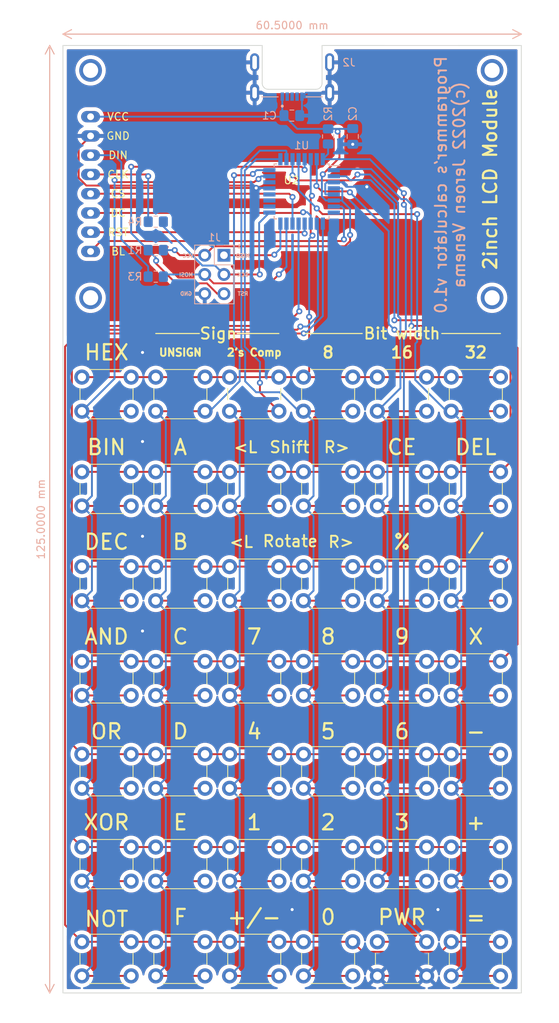
<source format=kicad_pcb>
(kicad_pcb (version 20211014) (generator pcbnew)
  (layers (0 "F.Cu" signal) (31 "B.Cu" signal) (34 "B.Paste" user) (35 "F.Paste" user) (36 "B.SilkS" user "B.Silkscreen") (37 "F.SilkS" user "F.Silkscreen") (38 "B.Mask" user) (39 "F.Mask" user) (44 "Edge.Cuts" user))
  (net 0 "")
  (net 1 "Net-(R2-Pad2)")
  (net 2 "GND")
  (net 3 "VCC")
  (net 4 "Net-(R3-Pad2)")
  (net 5 "Net-(R4-Pad2)")
  (net 6 "col0")
  (net 7 "col1")
  (net 8 "col2")
  (net 9 "col3")
  (net 10 "col4")
  (net 11 "col5")
  (net 12 "/MISO")
  (net 13 "/SCK")
  (net 14 "/MOSI")
  (net 15 "/RESET")
  (net 16 "row0")
  (net 17 "row1")
  (net 18 "row2")
  (net 19 "row3")
  (net 20 "row4")
  (net 21 "row5")
  (net 22 "row6")
  (net 23 "Net-(U1-Pad11)")
  (net 24 "Net-(U1-Pad12)")
  (net 25 "Net-(U1-Pad7)")
  (net 26 "Net-(U1-Pad14)")
  (footprint "Button_Switch_THT:SW_PUSH_6mm" (layer "F.Cu") (at 146 84.75)
    (fp_text reference "SW30" hide)
    (fp_text value "SW_Push" hide)
  )
  (footprint "Button_Switch_THT:SW_PUSH_6mm" (layer "F.Cu") (at 116.75 84.75)
    (fp_text reference "SW9" hide)
    (fp_text value "SW_Push" hide)
  )
  (footprint "Button_Switch_THT:SW_PUSH_6mm" (layer "F.Cu") (at 155.75 97.25)
    (fp_text reference "SW38" hide)
    (fp_text value "SW_Push" hide)
  )
  (footprint "Button_Switch_THT:SW_PUSH_6mm" (layer "F.Cu") (at 107 134.5)
    (fp_text reference "SW6" hide)
    (fp_text value "SW_Push" hide)
  )
  (footprint "Button_Switch_THT:SW_PUSH_6mm" (layer "F.Cu") (at 136.25 84.75)
    (fp_text reference "SW23" hide)
    (fp_text value "SW_Push" hide)
  )
  (footprint "Button_Switch_THT:SW_PUSH_6mm" (layer "F.Cu") (at 126.5 97.25)
    (fp_text reference "SW17" hide)
    (fp_text value "SW_Push" hide)
  )
  (footprint "Button_Switch_THT:SW_PUSH_6mm" (layer "F.Cu") (at 136.25 134.5)
    (fp_text reference "SW27" hide)
    (fp_text value "SW_Push" hide)
  )
  (footprint "Button_Switch_THT:SW_PUSH_6mm" (layer "F.Cu") (at 116.75 109.75)
    (fp_text reference "SW11" hide)
    (fp_text value "SW_Push" hide)
  )
  (footprint "Button_Switch_THT:SW_PUSH_6mm" (layer "F.Cu") (at 107 146.75)
    (fp_text reference "SW7" hide)
    (fp_text value "SW_Push" hide)
  )
  (footprint "Button_Switch_THT:SW_PUSH_6mm" (layer "F.Cu") (at 136.25 122.25)
    (fp_text reference "SW26" hide)
    (fp_text value "SW_Push" hide)
  )
  (footprint "Button_Switch_THT:SW_PUSH_6mm" (layer "F.Cu") (at 155.75 134.5)
    (fp_text reference "SW41" hide)
    (fp_text value "SW_Push" hide)
  )
  (footprint "Button_Switch_THT:SW_PUSH_6mm" (layer "F.Cu") (at 155.75 122.25)
    (fp_text reference "SW40" hide)
    (fp_text value "SW_Push" hide)
  )
  (footprint "Button_Switch_THT:SW_PUSH_6mm" (layer "F.Cu") (at 126.5 134.5)
    (fp_text reference "SW20" hide)
    (fp_text value "SW_Push" hide)
  )
  (footprint "Button_Switch_THT:SW_PUSH_6mm" (layer "F.Cu") (at 126.5 122.25)
    (fp_text reference "SW19" hide)
    (fp_text value "SW_Push" hide)
  )
  (footprint "Button_Switch_THT:SW_PUSH_6mm" (layer "F.Cu") (at 107 84.75)
    (fp_text reference "SW2" hide)
    (fp_text value "HEX" hide)
  )
  (footprint "Button_Switch_THT:SW_PUSH_6mm" (layer "F.Cu") (at 107 159.25)
    (fp_text reference "SW8" hide)
    (fp_text value "SW_Push" hide)
  )
  (footprint "Button_Switch_THT:SW_PUSH_6mm" (layer "F.Cu") (at 146 122.25)
    (fp_text reference "SW33" hide)
    (fp_text value "SW_Push" hide)
  )
  (footprint "Button_Switch_THT:SW_PUSH_6mm" (layer "F.Cu") (at 155.75 109.75)
    (fp_text reference "SW39" hide)
    (fp_text value "SW_Push" hide)
  )
  (footprint "Button_Switch_THT:SW_PUSH_6mm" (layer "F.Cu") (at 155.75 159.25)
    (fp_text reference "SW43" hide)
    (fp_text value "SW_Push" hide)
  )
  (footprint "Button_Switch_THT:SW_PUSH_6mm" (layer "F.Cu") (at 116.75 97.25)
    (fp_text reference "SW10" hide)
    (fp_text value "SW_Push" hide)
  )
  (footprint "Button_Switch_THT:SW_PUSH_6mm" (layer "F.Cu") (at 146 146.75)
    (fp_text reference "SW35" hide)
    (fp_text value "SW_Push" hide)
  )
  (footprint "Button_Switch_THT:SW_PUSH_6mm" (layer "F.Cu") (at 116.75 159.25)
    (fp_text reference "SW15" hide)
    (fp_text value "SW_Push" hide)
  )
  (footprint "Button_Switch_THT:SW_PUSH_6mm" (layer "F.Cu") (at 126.5 109.75)
    (fp_text reference "SW18" hide)
    (fp_text value "SW_Push" hide)
  )
  (footprint "Button_Switch_THT:SW_PUSH_6mm" (layer "F.Cu") (at 136.25 146.75)
    (fp_text reference "SW28" hide)
    (fp_text value "SW_Push" hide)
  )
  (footprint "Button_Switch_THT:SW_PUSH_6mm" (layer "F.Cu") (at 146 134.5)
    (fp_text reference "SW34" hide)
    (fp_text value "SW_Push" hide)
  )
  (footprint "Button_Switch_THT:SW_PUSH_6mm" (layer "F.Cu") (at 146 159.25)
    (fp_text reference "SW1" hide)
    (fp_text value "Power toggle" hide)
  )
  (footprint "Button_Switch_THT:SW_PUSH_6mm" (layer "F.Cu") (at 155.75 146.75)
    (fp_text reference "SW42" hide)
    (fp_text value "SW_Push" hide)
  )
  (footprint "Button_Switch_THT:SW_PUSH_6mm" (layer "F.Cu") (at 136.25 109.75)
    (fp_text reference "SW25" hide)
    (fp_text value "SW_Push" hide)
  )
  (footprint "Button_Switch_THT:SW_PUSH_6mm" (layer "F.Cu") (at 116.75 122.25)
    (fp_text reference "SW12" hide)
    (fp_text value "SW_Push" hide)
  )
  (footprint "Button_Switch_THT:SW_PUSH_6mm" (layer "F.Cu") (at 146 97.25)
    (fp_text reference "SW31" hide)
    (fp_text value "SW_Push" hide)
  )
  (footprint "Button_Switch_THT:SW_PUSH_6mm" (layer "F.Cu") (at 107 97.25)
    (fp_text reference "SW3" hide)
    (fp_text value "SW_Push" hide)
  )
  (footprint "Button_Switch_THT:SW_PUSH_6mm" (layer "F.Cu") (at 126.5 159.25)
    (fp_text reference "SW22" hide)
    (fp_text value "SW_Push" hide)
  )
  (footprint "Button_Switch_THT:SW_PUSH_6mm" (layer "F.Cu") (at 126.5 146.75)
    (fp_text reference "SW21" hide)
    (fp_text value "SW_Push" hide)
  )
  (footprint "Button_Switch_THT:SW_PUSH_6mm" (layer "F.Cu") (at 136.25 159.25)
    (fp_text reference "SW29" hide)
    (fp_text value "SW_Push" hide)
  )
  (footprint "Button_Switch_THT:SW_PUSH_6mm" (layer "F.Cu") (at 116.75 134.5)
    (fp_text reference "SW13" hide)
    (fp_text value "SW_Push" hide)
  )
  (footprint "Button_Switch_THT:SW_PUSH_6mm" (layer "F.Cu") (at 136.25 97.25)
    (fp_text reference "SW24" hide)
    (fp_text value "SW_Push" hide)
  )
  (footprint "Button_Switch_THT:SW_PUSH_6mm" (layer "F.Cu") (at 126.5 84.75)
    (fp_text reference "SW16" hide)
    (fp_text value "SW_Push" hide)
  )
  (footprint "Button_Switch_THT:SW_PUSH_6mm" (layer "F.Cu") (at 116.75 146.75)
    (fp_text reference "SW14" hide)
    (fp_text value "SW_Push" hide)
  )
  (footprint "Button_Switch_THT:SW_PUSH_6mm" (layer "F.Cu") (at 155.75 84.75)
    (fp_text reference "SW37" hide)
    (fp_text value "SW_Push" hide)
  )
  (footprint "Button_Switch_THT:SW_PUSH_6mm" (layer "F.Cu") (at 107 122.25)
    (fp_text reference "SW5" hide)
    (fp_text value "SW_Push" hide)
  )
  (footprint "Button_Switch_THT:SW_PUSH_6mm" (layer "F.Cu") (at 107 109.75)
    (fp_text reference "SW4" hide)
    (fp_text value "SW_Push" hide)
  )
  (footprint "Button_Switch_THT:SW_PUSH_6mm" (layer "F.Cu") (at 146 109.75)
    (fp_text reference "SW32" hide)
    (fp_text value "SW_Push" hide)
  )
  (footprint "Venom:Waveshare_320x240" (layer "F.Cu") (at 134.645 59.285)
    (fp_text reference "U2")
    (fp_text value "Waveshare_320x240")
  )
  (footprint "Capacitor_SMD:C_0805_2012Metric_Pad1.18x1.45mm_HandSolder" (layer "B.Cu") (at 134.7125 50.25)
    (fp_text reference "C1")
    (fp_text value "4.7u")
  )
  (footprint "Package_QFP:TQFP-32_7x7mm_P0.8mm" (layer "B.Cu") (at 136 60.25 180)
    (fp_text reference "U1")
    (fp_text value "ATmega328P-A")
  )
  (footprint "Capacitor_SMD:C_0805_2012Metric_Pad1.18x1.45mm_HandSolder" (layer "B.Cu") (at 142.75 53 -90)
    (fp_text reference "C2")
    (fp_text value "0.1")
  )
  (footprint "Resistor_SMD:R_0805_2012Metric_Pad1.20x1.40mm_HandSolder" (layer "B.Cu") (at 116.75 68 180)
    (fp_text reference "R1")
    (fp_text value "10k")
  )
  (footprint "47642-0001:MOLEX_47642-0001" (layer "B.Cu") (at 134.75 47.75)
    (fp_text reference "J2")
    (fp_text value "47642-0001")
  )
  (footprint "Resistor_SMD:R_0805_2012Metric_Pad1.20x1.40mm_HandSolder" (layer "B.Cu") (at 139.5 53 -90)
    (fp_text reference "R2")
    (fp_text value "10k")
  )
  (footprint "Resistor_SMD:R_0805_2012Metric_Pad1.20x1.40mm_HandSolder" (layer "B.Cu") (at 116.75 64.25 180)
    (fp_text reference "R4")
    (fp_text value "1k")
  )
  (footprint "Connector_PinHeader_2.54mm:PinHeader_2x03_P2.54mm_Vertical" (layer "B.Cu") (at 125.75 68.67 180)
    (fp_text reference "J1")
    (fp_text value "AVR-ISP-6")
  )
  (footprint "Resistor_SMD:R_0805_2012Metric_Pad1.20x1.40mm_HandSolder" (layer "B.Cu") (at 116.75 71.5 180)
    (fp_text reference "R3")
    (fp_text value "1k")
  )
  (gr_line (start 154.5 79) (end 162.25 79) (layer "F.SilkS") (width 0.15))
  (gr_line (start 144 79) (end 136.25 79) (layer "F.SilkS") (width 0.15))
  (gr_line (start 122.5 79) (end 116.75 79) (layer "F.SilkS") (width 0.15))
  (gr_line (start 133 79) (end 127.5 79) (layer "F.SilkS") (width 0.15))
  (gr_line (start 130.8 40.9975) (end 130.8 41.28) (layer "Edge.Cuts") (width 0.1))
  (gr_line (start 130.8 41.28) (end 130.8 45.98) (layer "Edge.Cuts") (width 0.1))
  (gr_line (start 131.6 46.78) (end 137.9 46.78) (layer "Edge.Cuts") (width 0.1))
  (gr_arc (start 131.6 46.78) (mid 131.034315 46.545685) (end 130.8 45.98) (layer "Edge.Cuts") (width 0.1))
  (gr_line (start 138.7 40.9975) (end 165 41) (layer "Edge.Cuts") (width 0.1))
  (gr_line (start 165 166) (end 104.5 166) (layer "Edge.Cuts") (width 0.1))
  (gr_line (start 104.5 41) (end 105 41) (layer "Edge.Cuts") (width 0.1))
  (gr_line (start 104.5 166) (end 104.5 41) (layer "Edge.Cuts") (width 0.1))
  (gr_arc (start 138.7 45.98) (mid 138.465685 46.545685) (end 137.9 46.78) (layer "Edge.Cuts") (width 0.1))
  (gr_line (start 138.7 40.9975) (end 138.7 41.28) (layer "Edge.Cuts") (width 0.1))
  (gr_line (start 105 41) (end 130.8 40.9975) (layer "Edge.Cuts") (width 0.1))
  (gr_line (start 138.7 45.98) (end 138.7 41.28) (layer "Edge.Cuts") (width 0.1))
  (gr_line (start 165 41) (end 165 166) (layer "Edge.Cuts") (width 0.1))
  (gr_text "RST" (at 128.25 73.75) (layer "B.SilkS") (effects (font (size 0.5 0.5) (thickness 0.125)) (justify mirror)))
  (gr_text "SCK" (at 128.25 71.25) (layer "B.SilkS") (effects (font (size 0.5 0.5) (thickness 0.125)) (justify mirror)))
  (gr_text "Programmer's calculator v1.0\n(c)2022 Jeroen Venema" (at 155.6 59.4 90) (layer "B.SilkS") (effects (font (size 1.5 1.5) (thickness 0.25)) (justify mirror)))
  (gr_text "1" (at 127.75 67.5) (layer "B.SilkS") (effects (font (size 0.5 0.5) (thickness 0.125)) (justify mirror)))
  (gr_text "MOSI" (at 120.75 71.25) (layer "B.SilkS") (effects (font (size 0.5 0.5) (thickness 0.125)) (justify mirror)))
  (gr_text "MISO" (at 128.25 68.75) (layer "B.SilkS") (effects (font (size 0.5 0.5) (thickness 0.125)) (justify mirror)))
  (gr_text "GND" (at 120.75 73.75) (layer "B.SilkS") (effects (font (size 0.5 0.5) (thickness 0.125)) (justify mirror)))
  (gr_text "VCC" (at 121 68.75) (layer "B.SilkS") (effects (font (size 0.5 0.5) (thickness 0.125)) (justify mirror)))
  (gr_text "   R>" (at 139.5 106.5) (layer "F.SilkS") (effects (font (size 1.5 1.5) (thickness 0.25))))
  (gr_text "4" (at 129.75 131.5) (layer "F.SilkS") (effects (font (size 2 2) (thickness 0.3))))
  (gr_text "A" (at 120 94) (layer "F.SilkS") (effects (font (size 2 2) (thickness 0.3))))
  (gr_text "/" (at 159 106.5) (layer "F.SilkS") (effects (font (size 2 2) (thickness 0.3))))
  (gr_text "7" (at 129.75 119) (layer "F.SilkS") (effects (font (size 2 2) (thickness 0.3))))
  (gr_text "BIN" (at 110.25 94) (layer "F.SilkS") (effects (font (size 2 2) (thickness 0.3))))
  (gr_text "<L  " (at 129.75 94) (layer "F.SilkS") (effects (font (size 1.5 1.5) (thickness 0.25))))
  (gr_text "Bit width" (at 149.25 79) (layer "F.SilkS") (effects (font (size 1.5 1.5) (thickness 0.25))))
  (gr_text "UNSIGN" (at 120 81.5) (layer "F.SilkS") (effects (font (size 1 1) (thickness 0.25))))
  (gr_text "2" (at 139.5 143.5) (layer "F.SilkS") (effects (font (size 2 2) (thickness 0.3))))
  (gr_text "-" (at 159 131.5) (layer "F.SilkS") (effects (font (size 2 2) (thickness 0.3))))
  (gr_text "NOT" (at 110.25 156.25) (layer "F.SilkS") (effects (font (size 2 2) (thickness 0.3))))
  (gr_text "D" (at 120 131.5) (layer "F.SilkS") (effects (font (size 2 2) (thickness 0.3))))
  (gr_text "%" (at 149.25 106.5) (layer "F.SilkS") (effects (font (size 2 2) (thickness 0.3))))
  (gr_text "AND" (at 110.25 119) (layer "F.SilkS") (effects (font (size 2 2) (thickness 0.3))))
  (gr_text "+/-" (at 129.75 156) (layer "F.SilkS") (effects (font (size 2 2) (thickness 0.3))))
  (gr_text "Rotate" (at 134.5 106.4) (layer "F.SilkS") (effects (font (size 1.5 1.5) (thickness 0.25))))
  (gr_text "OR" (at 110.25 131.5) (layer "F.SilkS") (effects (font (size 2 2) (thickness 0.3))))
  (gr_text "HEX" (at 110.25 81.5) (layer "F.SilkS") (effects (font (size 2 2) (thickness 0.3))))
  (gr_text "X" (at 159 119) (layer "F.SilkS") (effects (font (size 2 2) (thickness 0.3))))
  (gr_text "=" (at 159 156) (layer "F.SilkS") (effects (font (size 2 2) (thickness 0.3))))
  (gr_text "+" (at 159 143.5) (layer "F.SilkS") (effects (font (size 2 2) (thickness 0.3))))
  (gr_text "Sign" (at 125 79) (layer "F.SilkS") (effects (font (size 1.5 1.5) (thickness 0.25))))
  (gr_text "DEL" (at 159 94) (layer "F.SilkS") (effects (font (size 2 2) (thickness 0.3))))
  (gr_text "16" (at 149.25 81.5) (layer "F.SilkS") (effects (font (size 1.5 1.5) (thickness 0.3))))
  (gr_text "9" (at 149.25 119) (layer "F.SilkS") (effects (font (size 2 2) (thickness 0.3))))
  (gr_text "DEC" (at 110.25 106.5) (layer "F.SilkS") (effects (font (size 2 2) (thickness 0.3))))
  (gr_text "Shift" (at 134.4 94) (layer "F.SilkS") (effects (font (size 1.5 1.5) (thickness 0.25))))
  (gr_text "1" (at 129.75 143.5) (layer "F.SilkS") (effects (font (size 2 2) (thickness 0.3))))
  (gr_text "F" (at 120 156) (layer "F.SilkS") (effects (font (size 2 2) (thickness 0.3))))
  (gr_text "32" (at 159 81.5) (layer "F.SilkS") (effects (font (size 1.5 1.5) (thickness 0.3))))
  (gr_text "6" (at 149.25 131.5) (layer "F.SilkS") (effects (font (size 2 2) (thickness 0.3))))
  (gr_text "8" (at 139.5 81.5) (layer "F.SilkS") (effects (font (size 1.5 1.5) (thickness 0.3))))
  (gr_text "C" (at 120 119) (layer "F.SilkS") (effects (font (size 2 2) (thickness 0.3))))
  (gr_text "0" (at 139.5 156) (layer "F.SilkS") (effects (font (size 2 2) (thickness 0.3))))
  (gr_text "CE" (at 149.25 94) (layer "F.SilkS") (effects (font (size 2 2) (thickness 0.3))))
  (gr_text "B" (at 120 106.5) (layer "F.SilkS") (effects (font (size 2 2) (thickness 0.3))))
  (gr_text "<L   " (at 129.75 106.5) (layer "F.SilkS") (effects (font (size 1.5 1.5) (thickness 0.25))))
  (gr_text "PWR" (at 149.25 156) (layer "F.SilkS") (effects (font (size 2 2) (thickness 0.3))))
  (gr_text "  R>" (at 139.5 94) (layer "F.SilkS") (effects (font (size 1.5 1.5) (thickness 0.25))))
  (gr_text "2's Comp" (at 129.75 81.5) (layer "F.SilkS") (effects (font (size 1 1) (thickness 0.25))))
  (gr_text "E" (at 120 143.5) (layer "F.SilkS") (effects (font (size 2 2) (thickness 0.3))))
  (gr_text "5" (at 139.5 131.5) (layer "F.SilkS") (effects (font (size 2 2) (thickness 0.3))))
  (gr_text "8" (at 139.5 119) (layer "F.SilkS") (effects (font (size 2 2) (thickness 0.3))))
  (gr_text "3" (at 149.25 143.5) (layer "F.SilkS") (effects (font (size 2 2) (thickness 0.3))))
  (gr_text "XOR" (at 110.25 143.5) (layer "F.SilkS") (effects (font (size 2 2) (thickness 0.3))))
  (dimension (type orthogonal) (layer "B.SilkS") (pts (xy 104.5 39.5) (xy 165 39.5)) (height 0) (orientation 0) (gr_text "60,5000 mm" (at 134.75 38.35) (layer "B.SilkS") (effects (font (size 1 1) (thickness 0.15)))) (format (units 3) (units_format 1) (precision 4)) (style (thickness 0.15) (arrow_length 1.27) (text_position_mode 0) (extension_height 0.58642) (extension_offset 0.5) keep_text_aligned))
  (dimension (type orthogonal) (layer "B.SilkS") (pts (xy 102.75 41) (xy 102.75 166)) (height 0) (orientation 1) (gr_text "125,0000 mm" (at 101.6 103.5 90) (layer "B.SilkS") (effects (font (size 1 1) (thickness 0.15)))) (format (units 3) (units_format 1) (precision 4)) (style (thickness 0.15) (arrow_length 1.27) (text_position_mode 0) (extension_height 0.58642) (extension_offset 0.5) keep_text_aligned))
  (segment (start 152.5 159.25) (end 146 159.25) (width 0.25) (layer "F.Cu") (net 1))
  (segment (start 149.5 60.5) (end 149.5 62) (width 0.25) (layer "F.Cu") (net 1))
  (via (at 149.5 62) (size 0.8) (drill 0.4) (layers "F.Cu" "B.Cu") (net 1))
  (via (at 149.5 60.5) (size 0.8) (drill 0.4) (layers "F.Cu" "B.Cu") (net 1))
  (segment (start 149.754681 79.542365) (end 149.5 79.797046) (width 0.25) (layer "B.Cu") (net 1))
  (segment (start 145 56) (end 149.5 60.5) (width 0.25) (layer "B.Cu") (net 1))
  (segment (start 139.5 55.3) (end 138.8 56) (width 0.25) (layer "B.Cu") (net 1))
  (segment (start 141.8 56) (end 138.8 56) (width 0.25) (layer "B.Cu") (net 1))
  (segment (start 149.5 156.25) (end 152.5 159.25) (width 0.25) (layer "B.Cu") (net 1))
  (segment (start 149.754681 62.254681) (end 149.754681 79.542365) (width 0.25) (layer "B.Cu") (net 1))
  (segment (start 139.5 54) (end 139.5 55.3) (width 0.25) (layer "B.Cu") (net 1))
  (segment (start 149.5 62) (end 149.754681 62.254681) (width 0.25) (layer "B.Cu") (net 1))
  (segment (start 149.5 79.797046) (end 149.5 156.25) (width 0.25) (layer "B.Cu") (net 1))
  (segment (start 141.8 56) (end 145 56) (width 0.25) (layer "B.Cu") (net 1))
  (segment (start 106.57048 58.46008) (end 106.57048 54.50952) (width 0.25) (layer "F.Cu") (net 2))
  (segment (start 129.68048 59.48048) (end 130 59.8) (width 0.25) (layer "F.Cu") (net 2))
  (segment (start 107.59088 59.48048) (end 106.57048 58.46008) (width 0.25) (layer "F.Cu") (net 2))
  (segment (start 106.57048 54.50952) (end 108.145 52.935) (width 0.25) (layer "F.Cu") (net 2))
  (segment (start 144.6 55.8875) (end 144.6 59.635954) (width 0.25) (layer "F.Cu") (net 2))
  (segment (start 144.6 59.635954) (end 144.6083 59.644254) (width 0.25) (layer "F.Cu") (net 2))
  (segment (start 142.75 54.0375) (end 144.6 55.8875) (width 0.25) (layer "F.Cu") (net 2))
  (segment (start 152.5 163.75) (end 146 163.75) (width 0.25) (layer "F.Cu") (net 2))
  (segment (start 107.59088 59.48048) (end 129.68048 59.48048) (width 0.25) (layer "F.Cu") (net 2))
  (via (at 115 118.25) (size 0.8) (drill 0.4) (layers "F.Cu" "B.Cu") (net 2))
  (via (at 115 93.25) (size 0.8) (drill 0.4) (layers "F.Cu" "B.Cu") (net 2))
  (via (at 144.6083 59.644254) (size 0.8) (drill 0.4) (layers "F.Cu" "B.Cu") (net 2))
  (via (at 130 59.8) (size 0.8) (drill 0.4) (layers "F.Cu" "B.Cu") (net 2))
  (via (at 115 81.5) (size 0.8) (drill 0.4) (layers "F.Cu" "B.Cu") (net 2))
  (via (at 115 105.75) (size 0.8) (drill 0.4) (layers "F.Cu" "B.Cu") (net 2))
  (via (at 142.75 54.0375) (size 0.8) (drill 0.4) (layers "F.Cu" "B.Cu") (net 2))
  (via (at 134.75 155) (size 0.8) (drill 0.4) (layers "F.Cu" "B.Cu") (net 2))
  (via (at 154 155) (size 0.8) (drill 0.4) (layers "F.Cu" "B.Cu") (net 2))
  (segment (start 139.325978 59.05) (end 139.125489 59.250489) (width 0.25) (layer "B.Cu") (net 2))
  (segment (start 141.3 59.05) (end 141.894254 59.644254) (width 0.25) (layer "B.Cu") (net 2))
  (segment (start 131.7 59.8) (end 131.75 59.85) (width 0.25) (layer "B.Cu") (net 2))
  (segment (start 136.57 47.23) (end 136.05 47.75) (width 0.25) (layer "B.Cu") (net 2))
  (segment (start 141.894254 59.644254) (end 144.6083 59.644254) (width 0.25) (layer "B.Cu") (net 2))
  (segment (start 136.05 49.95) (end 135.75 50.25) (width 0.25) (layer "B.Cu") (net 2))
  (segment (start 139.7 47.23) (end 136.57 47.23) (width 0.25) (layer "B.Cu") (net 2))
  (segment (start 139.125489 60.575489) (end 139.2 60.65) (width 0.25) (layer "B.Cu") (net 2))
  (segment (start 140.25 59.05) (end 139.325978 59.05) (width 0.25) (layer "B.Cu") (net 2))
  (segment (start 130 59.8) (end 131.7 59.8) (width 0.25) (layer "B.Cu") (net 2))
  (segment (start 139.2 60.65) (end 140.25 60.65) (width 0.25) (layer "B.Cu") (net 2))
  (segment (start 136.05 47.75) (end 136.05 49.95) (width 0.25) (layer "B.Cu") (net 2))
  (segment (start 140.25 59.05) (end 141.3 59.05) (width 0.25) (layer "B.Cu") (net 2))
  (segment (start 139.125489 59.250489) (end 139.125489 60.575489) (width 0.25) (layer "B.Cu") (net 2))
  (segment (start 123.21 68.67) (end 119.92 68.67) (width 0.25) (layer "F.Cu") (net 3))
  (segment (start 141.704511 67.495489) (end 142.4 66.8) (width 0.25) (layer "F.Cu") (net 3))
  (segment (start 123.21 68.67) (end 124.384511 67.495489) (width 0.25) (layer "F.Cu") (net 3))
  (segment (start 138.8 58) (end 140.997179 55.802821) (width 0.25) (layer "F.Cu") (net 3))
  (segment (start 119.92 68.67) (end 119.25 68) (width 0.25) (layer "F.Cu") (net 3))
  (segment (start 140.997179 52.59587) (end 140.752289 52.35098) (width 0.25) (layer "F.Cu") (net 3))
  (segment (start 140.997179 55.802821) (end 140.997179 52.59587) (width 0.25) (layer "F.Cu") (net 3))
  (segment (start 142.4 66.8) (end 142.4 66) (width 0.25) (layer "F.Cu") (net 3))
  (segment (start 124.384511 67.495489) (end 141.704511 67.495489) (width 0.25) (layer "F.Cu") (net 3))
  (via (at 142.4 66) (size 0.8) (drill 0.4) (layers "F.Cu" "B.Cu") (net 3))
  (via (at 119.25 68) (size 0.8) (drill 0.4) (layers "F.Cu" "B.Cu") (net 3))
  (via (at 138.8 58) (size 0.8) (drill 0.4) (layers "F.Cu" "B.Cu") (net 3))
  (via (at 140.752289 52.35098) (size 0.8) (drill 0.4) (layers "F.Cu" "B.Cu") (net 3))
  (segment (start 141 52.103269) (end 140.752289 52.35098) (width 0.25) (layer "B.Cu") (net 3))
  (segment (start 141.374511 61.375489) (end 141.374511 59.924511) (width 0.25) (layer "B.Cu") (net 3))
  (segment (start 133.53 50.395) (end 108.145 50.395) (width 0.25) (layer "B.Cu") (net 3))
  (segment (start 141.3 61.45) (end 141.374511 61.375489) (width 0.25) (layer "B.Cu") (net 3))
  (segment (start 133.45 50.025) (end 133.675 50.25) (width 0.25) (layer "B.Cu") (net 3))
  (segment (start 135.425 52) (end 133.675 50.25) (width 0.25) (layer "B.Cu") (net 3))
  (segment (start 142.7125 52) (end 142.75 51.9625) (width 0.25) (layer "B.Cu") (net 3))
  (segment (start 140.25 61.45) (end 141.3 61.45) (width 0.25) (layer "B.Cu") (net 3))
  (segment (start 141 52) (end 142.7125 52) (width 0.25) (layer "B.Cu") (net 3))
  (segment (start 133.45 47.75) (end 133.45 50.025) (width 0.25) (layer "B.Cu") (net 3))
  (segment (start 141 52) (end 141 52.103269) (width 0.25) (layer "B.Cu") (net 3))
  (segment (start 133.675 50.25) (end 133.53 50.395) (width 0.25) (layer "B.Cu") (net 3))
  (segment (start 138.675978 60.925978) (end 138.675979 58.124021) (width 0.25) (layer "B.Cu") (net 3))
  (segment (start 141.3 59.85) (end 140.25 59.85) (width 0.25) (layer "B.Cu") (net 3))
  (segment (start 141.374511 59.924511) (end 141.3 59.85) (width 0.25) (layer "B.Cu") (net 3))
  (segment (start 139.5 52) (end 135.425 52) (width 0.25) (layer "B.Cu") (net 3))
  (segment (start 139.2 61.45) (end 138.675978 60.925978) (width 0.25) (layer "B.Cu") (net 3))
  (segment (start 138.675979 58.124021) (end 138.8 58) (width 0.25) (layer "B.Cu") (net 3))
  (segment (start 117.75 68) (end 119.25 68) (width 0.25) (layer "B.Cu") (net 3))
  (segment (start 140.25 61.45) (end 139.2 61.45) (width 0.25) (layer "B.Cu") (net 3))
  (segment (start 139.5 52) (end 141 52) (width 0.25) (layer "B.Cu") (net 3))
  (segment (start 142.4 66) (end 142.4 62.55) (width 0.25) (layer "B.Cu") (net 3))
  (segment (start 142.4 62.55) (end 141.3 61.45) (width 0.25) (layer "B.Cu") (net 3))
  (segment (start 112.2 56.4) (end 112.2 66.6) (width 0.25) (layer "B.Cu") (net 4))
  (segment (start 115.75 70.15) (end 115.75 71.5) (width 0.25) (layer "B.Cu") (net 4))
  (segment (start 108.145 55.475) (end 111.275 55.475) (width 0.25) (layer "B.Cu") (net 4))
  (segment (start 112.2 66.6) (end 115.75 70.15) (width 0.25) (layer "B.Cu") (net 4))
  (segment (start 111.275 55.475) (end 112.2 56.4) (width 0.25) (layer "B.Cu") (net 4))
  (segment (start 108.145 58.015) (end 115.515 58.015) (width 0.25) (layer "F.Cu") (net 5))
  (segment (start 115.515 58.015) (end 115.75 58.25) (width 0.25) (layer "F.Cu") (net 5))
  (via (at 115.75 58.25) (size 0.8) (drill 0.4) (layers "F.Cu" "B.Cu") (net 5))
  (segment (start 115.75 58.25) (end 115.75 64.25) (width 0.25) (layer "B.Cu") (net 5))
  (segment (start 113.5 139) (end 107 139) (width 0.25) (layer "F.Cu") (net 6))
  (segment (start 129.899901 58.875499) (end 130.054468 58.875499) (width 0.25) (layer "F.Cu") (net 6))
  (segment (start 111.30754 58.75598) (end 111.582529 59.030969) (width 0.25) (layer "F.Cu") (net 6))
  (segment (start 111.582529 59.030969) (end 129.744431 59.030969) (width 0.25) (layer "F.Cu") (net 6))
  (segment (start 113.5 101.75) (end 107 101.75) (width 0.25) (layer "F.Cu") (net 6))
  (segment (start 129.744431 59.030969) (end 129.899901 58.875499) (width 0.25) (layer "F.Cu") (net 6))
  (segment (start 130.054468 58.875499) (end 130.311085 58.618882) (width 0.25) (layer "F.Cu") (net 6))
  (segment (start 107 89.25) (end 113.5 89.25) (width 0.25) (layer "F.Cu") (net 6))
  (segment (start 107 163.75) (end 113.5 163.75) (width 0.25) (layer "F.Cu") (net 6))
  (segment (start 107 151.25) (end 113.5 151.25) (width 0.25) (layer "F.Cu") (net 6))
  (segment (start 113.5 126.75) (end 107 126.75) (width 0.25) (layer "F.Cu") (net 6))
  (segment (start 113.5 114.25) (end 107 114.25) (width 0.25) (layer "F.Cu") (net 6))
  (via (at 130.311085 58.618882) (size 0.8) (drill 0.4) (layers "F.Cu" "B.Cu") (net 6))
  (via (at 111.30754 58.75598) (size 0.8) (drill 0.4) (layers "F.Cu" "B.Cu") (net 6))
  (segment (start 107 126.75) (end 108.324511 125.425489) (width 0.25) (layer "B.Cu") (net 6))
  (segment (start 131.75 58.25) (end 130.679967 58.25) (width 0.25) (layer "B.Cu") (net 6))
  (segment (start 107 139) (end 108.324511 137.675489) (width 0.25) (layer "B.Cu") (net 6))
  (segment (start 108.324511 112.925489) (end 108.324511 103.074511) (width 0.25) (layer "B.Cu") (net 6))
  (segment (start 108.324511 125.425489) (end 108.324511 115.574511) (width 0.25) (layer "B.Cu") (net 6))
  (segment (start 107 151.25) (end 108.324511 149.925489) (width 0.25) (layer "B.Cu") (net 6))
  (segment (start 111.30754 84.94246) (end 111.30754 58.75598) (width 0.25) (layer "B.Cu") (net 6))
  (segment (start 108.324511 149.925489) (end 108.324511 140.324511) (width 0.25) (layer "B.Cu") (net 6))
  (segment (start 108.324511 140.324511) (end 107 139) (width 0.25) (layer "B.Cu") (net 6))
  (segment (start 108.324511 90.574511) (end 107 89.25) (width 0.25) (layer "B.Cu") (net 6))
  (segment (start 108.324511 137.675489) (end 108.324511 128.074511) (width 0.25) (layer "B.Cu") (net 6))
  (segment (start 108.324511 100.425489) (end 108.324511 90.574511) (width 0.25) (layer "B.Cu") (net 6))
  (segment (start 130.679967 58.25) (end 130.311085 58.618882) (width 0.25) (layer "B.Cu") (net 6))
  (segment (start 108.324511 103.074511) (end 107 101.75) (width 0.25) (layer "B.Cu") (net 6))
  (segment (start 107 114.25) (end 108.324511 112.925489) (width 0.25) (layer "B.Cu") (net 6))
  (segment (start 107 163.75) (end 108.324511 162.425489) (width 0.25) (layer "B.Cu") (net 6))
  (segment (start 108.324511 162.425489) (end 108.324511 152.574511) (width 0.25) (layer "B.Cu") (net 6))
  (segment (start 108.324511 115.574511) (end 107 114.25) (width 0.25) (layer "B.Cu") (net 6))
  (segment (start 108.324511 152.574511) (end 107 151.25) (width 0.25) (layer "B.Cu") (net 6))
  (segment (start 107 101.75) (end 108.324511 100.425489) (width 0.25) (layer "B.Cu") (net 6))
  (segment (start 107 89.25) (end 111.30754 84.94246) (width 0.25) (layer "B.Cu") (net 6))
  (segment (start 108.324511 128.074511) (end 107 126.75) (width 0.25) (layer "B.Cu") (net 6))
  (segment (start 116.75 151.25) (end 123.25 151.25) (width 0.25) (layer "F.Cu") (net 7))
  (segment (start 123.25 101.75) (end 116.75 101.75) (width 0.25) (layer "F.Cu") (net 7))
  (segment (start 123.25 163.75) (end 116.75 163.75) (width 0.25) (layer "F.Cu") (net 7))
  (segment (start 116.75 89.25) (end 123.25 89.25) (width 0.25) (layer "F.Cu") (net 7))
  (segment (start 116.75 114.25) (end 123.25 114.25) (width 0.25) (layer "F.Cu") (net 7))
  (segment (start 129.562672 57.9564) (end 129.394572 58.1245) (width 0.25) (layer "F.Cu") (net 7))
  (segment (start 123.25 139) (end 116.75 139) (width 0.25) (layer "F.Cu") (net 7))
  (segment (start 129.394572 58.1245) (end 127.07599 58.1245) (width 0.25) (layer "F.Cu") (net 7))
  (segment (start 123.25 126.75) (end 116.75 126.75) (width 0.25) (layer "F.Cu") (net 7))
  (via (at 129.562672 57.9564) (size 0.8) (drill 0.4) (layers "F.Cu" "B.Cu") (net 7))
  (via (at 127.07599 58.1245) (size 0.8) (drill 0.4) (layers "F.Cu" "B.Cu") (net 7))
  (segment (start 131.75 57.45) (end 130.069072 57.45) (width 0.25) (layer "B.Cu") (net 7))
  (segment (start 116.75 139) (end 118.074511 137.675489) (width 0.25) (layer "B.Cu") (net 7))
  (segment (start 127.824511 81.345919) (end 127.07599 80.597398) (width 0.25) (layer "B.Cu") (net 7))
  (segment (start 118.074511 140.324511) (end 116.75 139) (width 0.25) (layer "B.Cu") (net 7))
  (segment (start 116.75 126.75) (end 118.074511 125.425489) (width 0.25) (layer "B.Cu") (net 7))
  (segment (start 116.75 163.75) (end 118.074511 162.425489) (width 0.25) (layer "B.Cu") (net 7))
  (segment (start 118.074511 125.425489) (end 118.074511 115.574511) (width 0.25) (layer "B.Cu") (net 7))
  (segment (start 116.75 101.75) (end 118.074511 100.425489) (width 0.25) (layer "B.Cu") (net 7))
  (segment (start 118.074511 115.574511) (end 116.75 114.25) (width 0.25) (layer "B.Cu") (net 7))
  (segment (start 118.074511 137.675489) (end 118.074511 128.074511) (width 0.25) (layer "B.Cu") (net 7))
  (segment (start 116.75 114.25) (end 118.074511 112.925489) (width 0.25) (layer "B.Cu") (net 7))
  (segment (start 130.069072 57.45) (end 129.562672 57.9564) (width 0.25) (layer "B.Cu") (net 7))
  (segment (start 116.75 151.25) (end 118.074511 149.925489) (width 0.25) (layer "B.Cu") (net 7))
  (segment (start 118.074511 100.425489) (end 118.074511 90.574511) (width 0.25) (layer "B.Cu") (net 7))
  (segment (start 127.07599 80.597398) (end 127.07599 58.1245) (width 0.25) (layer "B.Cu") (net 7))
  (segment (start 118.074511 103.074511) (end 116.75 101.75) (width 0.25) (layer "B.Cu") (net 7))
  (segment (start 118.074511 152.574511) (end 116.75 151.25) (width 0.25) (layer "B.Cu") (net 7))
  (segment (start 118.074511 90.574511) (end 116.75 89.25) (width 0.25) (layer "B.Cu") (net 7))
  (segment (start 118.074511 162.425489) (end 118.074511 152.574511) (width 0.25) (layer "B.Cu") (net 7))
  (segment (start 118.074511 149.925489) (end 118.074511 140.324511) (width 0.25) (layer "B.Cu") (net 7))
  (segment (start 127.824511 85.298632) (end 127.824511 81.345919) (width 0.25) (layer "B.Cu") (net 7))
  (segment (start 123.25 89.25) (end 123.873143 89.25) (width 0.25) (layer "B.Cu") (net 7))
  (segment (start 123.873143 89.25) (end 127.824511 85.298632) (width 0.25) (layer "B.Cu") (net 7))
  (segment (start 118.074511 128.074511) (end 116.75 126.75) (width 0.25) (layer "B.Cu") (net 7))
  (segment (start 118.074511 112.925489) (end 118.074511 103.074511) (width 0.25) (layer "B.Cu") (net 7))
  (segment (start 133 163.75) (end 126.5 163.75) (width 0.25) (layer "F.Cu") (net 8))
  (segment (start 133 126.75) (end 126.5 126.75) (width 0.25) (layer "F.Cu") (net 8))
  (segment (start 126.5 114.25) (end 133 114.25) (width 0.25) (layer "F.Cu") (net 8))
  (segment (start 133 89.25) (end 130.5 86.75) (width 0.25) (layer "F.Cu") (net 8))
  (segment (start 126.5 151.25) (end 133 151.25) (width 0.25) (layer "F.Cu") (net 8))
  (segment (start 133 101.75) (end 126.5 101.75) (width 0.25) (layer "F.Cu") (net 8))
  (segment (start 133 139) (end 126.5 139) (width 0.25) (layer "F.Cu") (net 8))
  (segment (start 130.5 86.75) (end 130.5 85.5) (width 0.25) (layer "F.Cu") (net 8))
  (segment (start 126.5 89.25) (end 133 89.25) (width 0.25) (layer "F.Cu") (net 8))
  (via (at 130.5 85.5) (size 0.8) (drill 0.4) (layers "F.Cu" "B.Cu") (net 8))
  (segment (start 127.824511 103.074511) (end 126.5 101.75) (width 0.25) (layer "B.Cu") (net 8))
  (segment (start 128.5 80.75) (end 128.5 57.5) (width 0.25) (layer "B.Cu") (net 8))
  (segment (start 127.824511 100.425489) (end 127.824511 90.574511) (width 0.25) (layer "B.Cu") (net 8))
  (segment (start 130 56) (end 133.2 56) (width 0.25) (layer "B.Cu") (net 8))
  (segment (start 127.824511 115.574511) (end 126.5 114.25) (width 0.25) (layer "B.Cu") (net 8))
  (segment (start 126.5 126.75) (end 127.824511 125.425489) (width 0.25) (layer "B.Cu") (net 8))
  (segment (start 127.824511 128.074511) (end 126.5 126.75) (width 0.25) (layer "B.Cu") (net 8))
  (segment (start 126.5 114.25) (end 127.824511 112.925489) (width 0.25) (layer "B.Cu") (net 8))
  (segment (start 126.5 163.75) (end 127.824511 162.425489) (width 0.25) (layer "B.Cu") (net 8))
  (segment (start 127.824511 149.925489) (end 127.824511 140.324511) (width 0.25) (layer "B.Cu") (net 8))
  (segment (start 127.824511 162.425489) (end 127.824511 152.574511) (width 0.25) (layer "B.Cu") (net 8))
  (segment (start 126.5 101.75) (end 127.824511 100.425489) (width 0.25) (layer "B.Cu") (net 8))
  (segment (start 127.824511 137.675489) (end 127.824511 128.074511) (width 0.25) (layer "B.Cu") (net 8))
  (segment (start 127.824511 90.574511) (end 126.5 89.25) (width 0.25) (layer "B.Cu") (net 8))
  (segment (start 127.824511 125.425489) (end 127.824511 115.574511) (width 0.25) (layer "B.Cu") (net 8))
  (segment (start 128.5 57.5) (end 130 56) (width 0.25) (layer "B.Cu") (net 8))
  (segment (start 126.5 151.25) (end 127.824511 149.925489) (width 0.25) (layer "B.Cu") (net 8))
  (segment (start 127.824511 152.574511) (end 126.5 151.25) (width 0.25) (layer "B.Cu") (net 8))
  (segment (start 130.5 82.75) (end 128.5 80.75) (width 0.25) (layer "B.Cu") (net 8))
  (segment (start 127.824511 112.925489) (end 127.824511 103.074511) (width 0.25) (layer "B.Cu") (net 8))
  (segment (start 126.5 139) (end 127.824511 137.675489) (width 0.25) (layer "B.Cu") (net 8))
  (segment (start 130.5 85.5) (end 130.5 82.75) (width 0.25) (layer "B.Cu") (net 8))
  (segment (start 127.824511 140.324511) (end 126.5 139) (width 0.25) (layer "B.Cu") (net 8))
  (segment (start 142.75 139) (end 136.25 139) (width 0.25) (layer "F.Cu") (net 9))
  (segment (start 136.25 151.25) (end 142.75 151.25) (width 0.25) (layer "F.Cu") (net 9))
  (segment (start 142.75 101.75) (end 136.25 101.75) (width 0.25) (layer "F.Cu") (net 9))
  (segment (start 142.75 126.75) (end 136.25 126.75) (width 0.25) (layer "F.Cu") (net 9))
  (segment (start 136.25 89.25) (end 142.75 89.25) (width 0.25) (layer "F.Cu") (net 9))
  (segment (start 136.25 114.25) (end 142.75 114.25) (width 0.25) (layer "F.Cu") (net 9))
  (segment (start 142.75 163.75) (end 136.25 163.75) (width 0.25) (layer "F.Cu") (net 9))
  (segment (start 137.574511 162.425489) (end 137.574511 152.574511) (width 0.25) (layer "B.Cu") (net 9))
  (segment (start 133.925489 54.875489) (end 134 54.95) (width 0.25) (layer "B.Cu") (net 9))
  (segment (start 128.551614 82.051614) (end 128.551614 81.437318) (width 0.25) (layer "B.Cu") (net 9))
  (segment (start 136.25 151.25) (end 137.574511 149.925489) (width 0.25) (layer "B.Cu") (net 9))
  (segment (start 137.574511 149.925489) (end 137.574511 140.324511) (width 0.25) (layer "B.Cu") (net 9))
  (segment (start 136.25 126.75) (end 137.574511 125.425489) (width 0.25) (layer "B.Cu") (net 9))
  (segment (start 136.25 163.75) (end 137.574511 162.425489) (width 0.25) (layer "B.Cu") (net 9))
  (segment (start 137.574511 152.574511) (end 136.25 151.25) (width 0.25) (layer "B.Cu") (net 9))
  (segment (start 137.574511 140.324511) (end 136.25 139) (width 0.25) (layer "B.Cu") (net 9))
  (segment (start 128.551614 85.301614) (end 128.551614 82.051614) (width 0.25) (layer "B.Cu") (net 9))
  (segment (start 137.574511 100.425489) (end 137.574511 90.574511) (width 0.25) (layer "B.Cu") (net 9))
  (segment (start 133.126857 86.75) (end 130 86.75) (width 0.25) (layer "B.Cu") (net 9))
  (segment (start 136.25 101.75) (end 137.574511 100.425489) (width 0.25) (layer "B.Cu") (net 9))
  (segment (start 130 86.75) (end 128.551614 85.301614) (width 0.25) (layer "B.Cu") (net 9))
  (segment (start 137.574511 112.925489) (end 137.574511 103.074511) (width 0.25) (layer "B.Cu") (net 9))
  (segment (start 137.574511 125.425489) (end 137.574511 115.574511) (width 0.25) (layer "B.Cu") (net 9))
  (segment (start 134 54.95) (end 134 56) (width 0.25) (layer "B.Cu") (net 9))
  (segment (start 137.574511 137.675489) (end 137.574511 128.074511) (width 0.25) (layer "B.Cu") (net 9))
  (segment (start 136.25 114.25) (end 137.574511 112.925489) (width 0.25) (layer "B.Cu") (net 9))
  (segment (start 130.488807 54.875489) (end 133.925489 54.875489) (width 0.25) (layer "B.Cu") (net 9))
  (segment (start 137.574511 128.074511) (end 136.25 126.75) (width 0.25) (layer "B.Cu") (net 9))
  (segment (start 128.05049 57.313806) (end 130.488807 54.875489) (width 0.25) (layer "B.Cu") (net 9))
  (segment (start 137.574511 103.074511) (end 136.25 101.75) (width 0.25) (layer "B.Cu") (net 9))
  (segment (start 128.551614 81.437318) (end 128.050489 80.936193) (width 0.25) (layer "B.Cu") (net 9))
  (segment (start 135.626857 89.25) (end 133.126857 86.75) (width 0.25) (layer "B.Cu") (net 9))
  (segment (start 128.050489 80.936193) (end 128.05049 57.313806) (width 0.25) (layer "B.Cu") (net 9))
  (segment (start 136.25 89.25) (end 135.626857 89.25) (width 0.25) (layer "B.Cu") (net 9))
  (segment (start 137.574511 90.574511) (end 136.25 89.25) (width 0.25) (layer "B.Cu") (net 9))
  (segment (start 137.574511 115.574511) (end 136.25 114.25) (width 0.25) (layer "B.Cu") (net 9))
  (segment (start 136.25 139) (end 137.574511 137.675489) (width 0.25) (layer "B.Cu") (net 9))
  (segment (start 135.4755 58.8) (end 142.600922 58.8) (width 0.25) (layer "F.Cu") (net 10))
  (segment (start 152.5 151.25) (end 146 151.25) (width 0.25) (layer "F.Cu") (net 10))
  (segment (start 152.5 126.75) (end 146 126.75) (width 0.25) (layer "F.Cu") (net 10))
  (segment (start 134.8 58.1245) (end 135.4755 58.8) (width 0.25) (layer "F.Cu") (net 10))
  (segment (start 142.600922 58.8) (end 143.374933 58.025989) (width 0.25) (layer "F.Cu") (net 10))
  (segment (start 146 89.25) (end 152.5 89.25) (width 0.25) (layer "F.Cu") (net 10))
  (segment (start 146 114.25) (end 152.5 114.25) (width 0.25) (layer "F.Cu") (net 10))
  (segment (start 152.5 101.75) (end 146 101.75) (width 0.25) (layer "F.Cu") (net 10))
  (segment (start 152.5 139) (end 146 139) (width 0.25) (layer "F.Cu") (net 10))
  (via (at 143.374933 58.025989) (size 0.8) (drill 0.4) (layers "F.Cu" "B.Cu") (net 10))
  (via (at 134.8 58.1245) (size 0.8) (drill 0.4) (layers "F.Cu" "B.Cu") (net 10))
  (segment (start 147.324511 100.425489) (end 147.324511 90.574511) (width 0.25) (layer "B.Cu") (net 10))
  (segment (start 147.324511 149.925489) (end 147.324511 140.324511) (width 0.25) (layer "B.Cu") (net 10))
  (segment (start 146 139) (end 147.324511 137.675489) (width 0.25) (layer "B.Cu") (net 10))
  (segment (start 147.324511 115.574511) (end 146 114.25) (width 0.25) (layer "B.Cu") (net 10))
  (segment (start 147.324511 90.574511) (end 146 89.25) (width 0.25) (layer "B.Cu") (net 10))
  (segment (start 146 114.25) (end 147.324511 112.925489) (width 0.25) (layer "B.Cu") (net 10))
  (segment (start 147.324511 112.925489) (end 147.324511 103.074511) (width 0.25) (layer "B.Cu") (net 10))
  (segment (start 147.324511 128.074511) (end 146 126.75) (width 0.25) (layer "B.Cu") (net 10))
  (segment (start 146 101.75) (end 147.324511 100.425489) (width 0.25) (layer "B.Cu") (net 10))
  (segment (start 148.732476 76.707876) (end 149.047121 77.022521) (width 0.25) (layer "B.Cu") (net 10))
  (segment (start 148.732476 61.732476) (end 148.732476 76.707876) (width 0.25) (layer "B.Cu") (net 10))
  (segment (start 147.324511 103.074511) (end 146 101.75) (width 0.25) (layer "B.Cu") (net 10))
  (segment (start 147.324511 140.324511) (end 146 139) (width 0.25) (layer "B.Cu") (net 10))
  (segment (start 146 151.25) (end 147.324511 149.925489) (width 0.25) (layer "B.Cu") (net 10))
  (segment (start 146 126.75) (end 147.324511 125.425489) (width 0.25) (layer "B.Cu") (net 10))
  (segment (start 149.047121 77.022521) (end 149.047121 86.202879) (width 0.25) (layer "B.Cu") (net 10))
  (segment (start 145.025989 58.025989) (end 148.732476 61.732476) (width 0.25) (layer "B.Cu") (net 10))
  (segment (start 147.324511 125.425489) (end 147.324511 115.574511) (width 0.25) (layer "B.Cu") (net 10))
  (segment (start 149.047121 86.202879) (end 146 89.25) (width 0.25) (layer "B.Cu") (net 10))
  (segment (start 143.374933 58.025989) (end 145.025989 58.025989) (width 0.25) (layer "B.Cu") (net 10))
  (segment (start 134.8 56) (end 134.8 58.1245) (width 0.25) (layer "B.Cu") (net 10))
  (segment (start 147.324511 137.675489) (end 147.324511 128.074511) (width 0.25) (layer "B.Cu") (net 10))
  (segment (start 162.25 163.75) (end 155.75 163.75) (width 0.25) (layer "F.Cu") (net 11))
  (segment (start 155.75 151.25) (end 162.25 151.25) (width 0.25) (layer "F.Cu") (net 11))
  (segment (start 162.25 126.75) (end 155.75 126.75) (width 0.25) (layer "F.Cu") (net 11))
  (segment (start 155.75 114.25) (end 162.25 114.25) (width 0.25) (layer "F.Cu") (net 11))
  (segment (start 138.75 63.25) (end 151.25 63.25) (width 0.25) (layer "F.Cu") (net 11))
  (segment (start 155.75 89.25) (end 162.25 89.25) (width 0.25) (layer "F.Cu") (net 11))
  (segment (start 162.25 101.75) (end 155.75 101.75) (width 0.25) (layer "F.Cu") (net 11))
  (segment (start 162.25 139) (end 155.75 139) (width 0.25) (layer "F.Cu") (net 11))
  (segment (start 138 62.5) (end 138.75 63.25) (width 0.25) (layer "F.Cu") (net 11))
  (via (at 138 62.5) (size 0.8) (drill 0.4) (layers "F.Cu" "B.Cu") (net 11))
  (via (at 151.25 63.25) (size 0.8) (drill 0.4) (layers "F.Cu" "B.Cu") (net 11))
  (segment (start 151.313429 85.436571) (end 151.175489 85.298632) (width 0.25) (layer "B.Cu") (net 11))
  (segment (start 135.6 60.1) (end 138 62.5) (width 0.25) (layer "B.Cu") (net 11))
  (segment (start 157.074511 125.425489) (end 157.074511 115.574511) (width 0.25) (layer "B.Cu") (net 11))
  (segment (start 157.074511 100.425489) (end 157.074511 90.574511) (width 0.25) (layer "B.Cu") (net 11))
  (segment (start 155.75 89.25) (end 155.126857 89.25) (width 0.25) (layer "B.Cu") (net 11))
  (segment (start 157.074511 103.074511) (end 155.75 101.75) (width 0.25) (layer "B.Cu") (net 11))
  (segment (start 157.074511 90.574511) (end 155.75 89.25) (width 0.25) (layer "B.Cu") (net 11))
  (segment (start 157.074511 128.074511) (end 155.75 126.75) (width 0.25) (layer "B.Cu") (net 11))
  (segment (start 155.75 101.75) (end 157.074511 100.425489) (width 0.25) (layer "B.Cu") (net 11))
  (segment (start 157.074511 112.925489) (end 157.074511 103.074511) (width 0.25) (layer "B.Cu") (net 11))
  (segment (start 157.074511 152.574511) (end 155.75 151.25) (width 0.25) (layer "B.Cu") (net 11))
  (segment (start 157.074511 149.925489) (end 157.074511 140.324511) (width 0.25) (layer "B.Cu") (net 11))
  (segment (start 151 85.123142) (end 151.313429 85.436571) (width 0.25) (layer "B.Cu") (net 11))
  (segment (start 155.75 151.25) (end 157.074511 149.925489) (width 0.25) (layer "B.Cu") (net 11))
  (segment (start 151.25 80.094115) (end 151 80.344115) (width 0.25) (layer "B.Cu") (net 11))
  (segment (start 151 80.344115) (end 151 85.123142) (width 0.25) (layer "B.Cu") (net 11))
  (segment (start 155.75 139) (end 157.074511 137.675489) (width 0.25) (layer "B.Cu") (net 11))
  (segment (start 155.75 126.75) (end 157.074511 125.425489) (width 0.25) (layer "B.Cu") (net 11))
  (segment (start 157.074511 137.675489) (end 157.074511 128.074511) (width 0.25) (layer "B.Cu") (net 11))
  (segment (start 157.074511 162.425489) (end 157.074511 152.574511) (width 0.25) (layer "B.Cu") (net 11))
  (segment (start 155.126857 89.25) (end 151.313429 85.436571) (width 0.25) (layer "B.Cu") (net 11))
  (segment (start 135.6 56) (end 135.6 60.1) (width 0.25) (layer "B.Cu") (net 11))
  (segment (start 151.25 63.25) (end 151.25 80.094115) (width 0.25) (layer "B.Cu") (net 11))
  (segment (start 157.074511 115.574511) (end 155.75 114.25) (width 0.25) (layer "B.Cu") (net 11))
  (segment (start 155.75 114.25) (end 157.074511 112.925489) (width 0.25) (layer "B.Cu") (net 11))
  (segment (start 157.074511 140.324511) (end 155.75 139) (width 0.25) (layer "B.Cu") (net 11))
  (segment (start 155.75 163.75) (end 157.074511 162.425489) (width 0.25) (layer "B.Cu") (net 11))
  (segment (start 132.4 68.6) (end 132.33 68.67) (width 0.25) (layer "F.Cu") (net 12))
  (segment (start 132.33 68.67) (end 125.75 68.67) (width 0.25) (layer "F.Cu") (net 12))
  (via (at 132.4 68.6) (size 0.8) (drill 0.4) (layers "F.Cu" "B.Cu") (net 12))
  (segment (start 133.2 67.8) (end 132.4 68.6) (width 0.25) (layer "B.Cu") (net 12))
  (segment (start 133.2 64.5) (end 133.2 67.8) (width 0.25) (layer "B.Cu") (net 12))
  (segment (start 125.75 71.21) (end 130.474882 71.21) (width 0.25) (layer "F.Cu") (net 13))
  (segment (start 130.474882 71.21) (end 130.47974 71.205142) (width 0.25) (layer "F.Cu") (net 13))
  (via (at 130.47974 71.205142) (size 0.8) (drill 0.4) (layers "F.Cu" "B.Cu") (net 13))
  (segment (start 124.575489 70.035489) (end 125.75 71.21) (width 0.25) (layer "B.Cu") (net 13))
  (segment (start 131.75 63.05) (end 130.4 64.4) (width 0.25) (layer "B.Cu") (net 13))
  (segment (start 130.4 71.125402) (end 130.47974 71.205142) (width 0.25) (layer "B.Cu") (net 13))
  (segment (start 117.75 64.25) (end 117.75 64.87101) (width 0.25) (layer "B.Cu") (net 13))
  (segment (start 117.75 64.87101) (end 122.914479 70.035489) (width 0.25) (layer "B.Cu") (net 13))
  (segment (start 122.914479 70.035489) (end 124.575489 70.035489) (width 0.25) (layer "B.Cu") (net 13))
  (segment (start 130.4 64.4) (end 130.4 71.125402) (width 0.25) (layer "B.Cu") (net 13))
  (segment (start 133 71.2) (end 131.815489 72.384511) (width 0.25) (layer "F.Cu") (net 14))
  (segment (start 124.384511 72.384511) (end 123.21 71.21) (width 0.25) (layer "F.Cu") (net 14))
  (segment (start 131.815489 72.384511) (end 124.384511 72.384511) (width 0.25) (layer "F.Cu") (net 14))
  (via (at 133 71.2) (size 0.8) (drill 0.4) (layers "F.Cu" "B.Cu") (net 14))
  (segment (start 123.21 71.21) (end 118.04 71.21) (width 0.25) (layer "B.Cu") (net 14))
  (segment (start 118.04 71.21) (end 117.75 71.5) (width 0.25) (layer "B.Cu") (net 14))
  (segment (start 134 64.5) (end 134 70.2) (width 0.25) (layer "B.Cu") (net 14))
  (segment (start 134 70.2) (end 133 71.2) (width 0.25) (layer "B.Cu") (net 14))
  (segment (start 117.75 71.5) (end 118.05 71.2) (width 0.25) (layer "B.Cu") (net 14))
  (segment (start 116.8 69.7746) (end 116.8 69.4) (width 0.25) (layer "F.Cu") (net 15))
  (segment (start 124.87101 73.75) (end 123.505521 72.384511) (width 0.25) (layer "F.Cu") (net 15))
  (segment (start 136 57) (end 113.5 57) (width 0.25) (layer "F.Cu") (net 15))
  (segment (start 123.505521 72.384511) (end 119.409911 72.384511) (width 0.25) (layer "F.Cu") (net 15))
  (segment (start 136.4 57.4) (end 136 57) (width 0.25) (layer "F.Cu") (net 15))
  (segment (start 125.75 73.75) (end 124.87101 73.75) (width 0.25) (layer "F.Cu") (net 15))
  (segment (start 119.409911 72.384511) (end 116.8 69.7746) (width 0.25) (layer "F.Cu") (net 15))
  (via (at 136.4 57.4) (size 0.8) (drill 0.4) (layers "F.Cu" "B.Cu") (net 15))
  (via (at 113.5 57) (size 0.8) (drill 0.4) (layers "F.Cu" "B.Cu") (net 15))
  (via (at 116.8 69.4) (size 0.8) (drill 0.4) (layers "F.Cu" "B.Cu") (net 15))
  (segment (start 113.5 57) (end 113.5 65.75) (width 0.25) (layer "B.Cu") (net 15))
  (segment (start 136.4 56) (end 136.4 57.4) (width 0.25) (layer "B.Cu") (net 15))
  (segment (start 113.5 65.75) (end 115.75 68) (width 0.25) (layer "B.Cu") (net 15))
  (segment (start 116.8 69.4) (end 116.8 69.05) (width 0.25) (layer "B.Cu") (net 15))
  (segment (start 116.8 69.05) (end 115.75 68) (width 0.25) (layer "B.Cu") (net 15))
  (segment (start 162.25 84.75) (end 107 84.75) (width 0.25) (layer "F.Cu") (net 16))
  (segment (start 137 84) (end 136.25 84.75) (width 0.25) (layer "F.Cu") (net 16))
  (segment (start 137.2 65.843774) (end 137.2 61) (width 0.25) (layer "F.Cu") (net 16))
  (segment (start 137.2 61) (end 137.362299 60.837701) (width 0.25) (layer "F.Cu") (net 16))
  (segment (start 137 76.8) (end 137 84) (width 0.25) (layer "F.Cu") (net 16))
  (segment (start 137.431726 66.0755) (end 137.2 65.843774) (width 0.25) (layer "F.Cu") (net 16))
  (via (at 137 76.8) (size 0.8) (drill 0.4) (layers "F.Cu" "B.Cu") (net 16))
  (via (at 137.431726 66.0755) (size 0.8) (drill 0.4) (layers "F.Cu" "B.Cu") (net 16))
  (via (at 137.362299 60.837701) (size 0.8) (drill 0.4) (layers "F.Cu" "B.Cu") (net 16))
  (segment (start 137 66.507226) (end 137.431726 66.0755) (width 0.25) (layer "B.Cu") (net 16))
  (segment (start 137 76.8) (end 137 66.507226) (width 0.25) (layer "B.Cu") (net 16))
  (segment (start 137.2 60.675402) (end 137.362299 60.837701) (width 0.25) (layer "B.Cu") (net 16))
  (segment (start 137.2 56) (end 137.2 60.675402) (width 0.25) (layer "B.Cu") (net 16))
  (segment (start 163.574511 81.324511) (end 161 78.75) (width 0.25) (layer "F.Cu") (net 17))
  (segment (start 142.251614 60.249001) (end 142.371367 60.368754) (width 0.25) (layer "F.Cu") (net 17))
  (segment (start 161 78.75) (end 148.5 78.75) (width 0.25) (layer "F.Cu") (net 17))
  (segment (start 148.5 78.75) (end 148.25 78.5) (width 0.25) (layer "F.Cu") (net 17))
  (segment (start 162.25 97.25) (end 163.574511 95.925489) (width 0.25) (layer "F.Cu") (net 17))
  (segment (start 107 97.25) (end 162.25 97.25) (width 0.25) (layer "F.Cu") (net 17))
  (segment (start 138.67598 60.249001) (end 142.251614 60.249001) (width 0.25) (layer "F.Cu") (net 17))
  (segment (start 163.574511 95.925489) (end 163.574511 81.324511) (width 0.25) (layer "F.Cu") (net 17))
  (segment (start 137.951479 59.5245) (end 138.67598 60.249001) (width 0.25) (layer "F.Cu") (net 17))
  (via (at 142.371367 60.368754) (size 0.8) (drill 0.4) (layers "F.Cu" "B.Cu") (net 17))
  (via (at 137.951479 59.5245) (size 0.8) (drill 0.4) (layers "F.Cu" "B.Cu") (net 17))
  (via (at 148.25 78.5) (size 0.8) (drill 0.4) (layers "F.Cu" "B.Cu") (net 17))
  (segment (start 142.371367 60.368754) (end 147.5 65.497387) (width 0.25) (layer "B.Cu") (net 17))
  (segment (start 147.5 65.497387) (end 147.5 77.75) (width 0.25) (layer "B.Cu") (net 17))
  (segment (start 138 56) (end 138 59.475979) (width 0.25) (layer "B.Cu") (net 17))
  (segment (start 138 59.475979) (end 137.951479 59.5245) (width 0.25) (layer "B.Cu") (net 17))
  (segment (start 147.5 77.75) (end 148.25 78.5) (width 0.25) (layer "B.Cu") (net 17))
  (segment (start 160.960215 78) (end 150.5 78) (width 0.25) (layer "F.Cu") (net 18))
  (segment (start 162.25 109.75) (end 164.024022 107.975978) (width 0.25) (layer "F.Cu") (net 18))
  (segment (start 164.024022 81.063807) (end 160.960215 78) (width 0.25) (layer "F.Cu") (net 18))
  (segment (start 162.25 109.75) (end 107 109.75) (width 0.25) (layer "F.Cu") (net 18))
  (segment (start 164.024022 107.975978) (end 164.024022 81.063807) (width 0.25) (layer "F.Cu") (net 18))
  (via (at 150.5 78) (size 0.8) (drill 0.4) (layers "F.Cu" "B.Cu") (net 18))
  (segment (start 150.5 61.9754) (end 150.5 78) (width 0.25) (layer "B.Cu") (net 18))
  (segment (start 140.398512 57.301488) (end 145.187192 57.301488) (width 0.25) (layer "B.Cu") (net 18))
  (segment (start 145.187192 57.301488) (end 149.161203 61.275499) (width 0.25) (layer "B.Cu") (net 18))
  (segment (start 149.800099 61.275499) (end 150.5 61.9754) (width 0.25) (layer "B.Cu") (net 18))
  (segment (start 149.161203 61.275499) (end 149.800099 61.275499) (width 0.25) (layer "B.Cu") (net 18))
  (segment (start 140.25 57.45) (end 140.398512 57.301488) (width 0.25) (layer "B.Cu") (net 18))
  (segment (start 107 122.25) (end 162.25 122.25) (width 0.25) (layer "F.Cu") (net 19))
  (segment (start 164.5 120) (end 164.5 80.904081) (width 0.25) (layer "F.Cu") (net 19))
  (segment (start 164.5 80.904081) (end 160.845919 77.25) (width 0.25) (layer "F.Cu") (net 19))
  (segment (start 160.845919 77.25) (end 148.25 77.25) (width 0.25) (layer "F.Cu") (net 19))
  (segment (start 162.25 122.25) (end 164.5 120) (width 0.25) (layer "F.Cu") (net 19))
  (via (at 148.25 77.25) (size 0.8) (drill 0.4) (layers "F.Cu" "B.Cu") (net 19))
  (segment (start 148.25 61.885704) (end 148.25 77.25) (width 0.25) (layer "B.Cu") (net 19))
  (segment (start 142.386193 58.750489) (end 145.114785 58.750489) (width 0.25) (layer "B.Cu") (net 19))
  (segment (start 145.114785 58.750489) (end 148.25 61.885704) (width 0.25) (layer "B.Cu") (net 19))
  (segment (start 140.25 58.25) (end 141.885704 58.25) (width 0.25) (layer "B.Cu") (net 19))
  (segment (start 141.885704 58.25) (end 142.386193 58.750489) (width 0.25) (layer "B.Cu") (net 19))
  (segment (start 162.25 134.5) (end 107 134.5) (width 0.25) (layer "F.Cu") (net 20))
  (segment (start 107 134.5) (end 105.675489 133.175489) (width 0.25) (layer "F.Cu") (net 20))
  (segment (start 105.675489 81.324511) (end 108 79) (width 0.25) (layer "F.Cu") (net 20))
  (segment (start 108 79) (end 136.259973 79) (width 0.25) (layer "F.Cu") (net 20))
  (segment (start 136.259973 79) (end 136.2755 78.984473) (width 0.25) (layer "F.Cu") (net 20))
  (segment (start 105.675489 133.175489) (end 105.675489 81.324511) (width 0.25) (layer "F.Cu") (net 20))
  (via (at 136.2755 78.984473) (size 0.8) (drill 0.4) (layers "F.Cu" "B.Cu") (net 20))
  (segment (start 136.515295 78.984473) (end 136.2755 78.984473) (width 0.25) (layer "B.Cu") (net 20))
  (segment (start 138.8 76.699768) (end 136.515295 78.984473) (width 0.25) (layer "B.Cu") (net 20))
  (segment (start 138.8 64.5) (end 138.8 76.699768) (width 0.25) (layer "B.Cu") (net 20))
  (segment (start 105.225979 81.024021) (end 107.75 78.5) (width 0.25) (layer "F.Cu") (net 21))
  (segment (start 107.75 78.5) (end 135.427075 78.5) (width 0.25) (layer "F.Cu") (net 21))
  (segment (start 107 146.75) (end 105.225979 144.975979) (width 0.25) (layer "F.Cu") (net 21))
  (segment (start 162.25 146.75) (end 107 146.75) (width 0.25) (layer "F.Cu") (net 21))
  (segment (start 135.427075 78.5) (end 135.844314 78.082761) (width 0.25) (layer "F.Cu") (net 21))
  (segment (start 105.225979 144.975979) (end 105.225979 81.024021) (width 0.25) (layer "F.Cu") (net 21))
  (via (at 135.844314 78.082761) (size 0.8) (drill 0.4) (layers "F.Cu" "B.Cu") (net 21))
  (segment (start 138.156227 64.656227) (end 138.156227 76.668373) (width 0.25) (layer "B.Cu") (net 21))
  (segment (start 138.156227 76.668373) (end 136.741839 78.082761) (width 0.25) (layer "B.Cu") (net 21))
  (segment (start 136.741839 78.082761) (end 135.844314 78.082761) (width 0.25) (layer "B.Cu") (net 21))
  (segment (start 138 64.5) (end 138.156227 64.656227) (width 0.25) (layer "B.Cu") (net 21))
  (segment (start 107 159.25) (end 133 159.25) (width 0.25) (layer "F.Cu") (net 22))
  (segment (start 142.75 159.25) (end 144.074511 160.574511) (width 0.25) (layer "F.Cu") (net 22))
  (segment (start 154.425489 160.574511) (end 155.75 159.25) (width 0.25) (layer "F.Cu") (net 22))
  (segment (start 133 159.25) (end 142.75 159.25) (width 0.25) (layer "F.Cu") (net 22))
  (segment (start 133.775402 78) (end 135.7 76.075402) (width 0.25) (layer "F.Cu") (net 22))
  (segment (start 104.776469 157.026469) (end 104.776469 80.723531) (width 0.25) (layer "F.Cu") (net 22))
  (segment (start 144.074511 160.574511) (end 154.425489 160.574511) (width 0.25) (layer "F.Cu") (net 22))
  (segment (start 104.776469 80.723531) (end 107.5 78) (width 0.25) (layer "F.Cu") (net 22))
  (segment (start 107.5 78) (end 133.775402 78) (width 0.25) (layer "F.Cu") (net 22))
  (segment (start 155.75 159.25) (end 162.25 159.25) (width 0.25) (layer "F.Cu") (net 22))
  (segment (start 107 159.25) (end 104.776469 157.026469) (width 0.25) (layer "F.Cu") (net 22))
  (via (at 135.7 76.075402) (size 0.8) (drill 0.4) (layers "F.Cu" "B.Cu") (net 22))
  (segment (start 135.6 64.5) (end 135.6 75.975402) (width 0.25) (layer "B.Cu") (net 22))
  (segment (start 135.6 75.975402) (end 135.7 76.075402) (width 0.25) (layer "B.Cu") (net 22))
  (segment (start 136.105 63.095) (end 108.145 63.095) (width 0.25) (layer "F.Cu") (net 23))
  (segment (start 136.2 63) (end 136.105 63.095) (width 0.25) (layer "F.Cu") (net 23))
  (via (at 136.2 63) (size 0.8) (drill 0.4) (layers "F.Cu" "B.Cu") (net 23))
  (segment (start 136.75 63) (end 136.2 63) (width 0.25) (layer "B.Cu") (net 23))
  (segment (start 137.2 64.5) (end 137.2 63.45) (width 0.25) (layer "B.Cu") (net 23))
  (segment (start 137.2 63.45) (end 136.75 63) (width 0.25) (layer "B.Cu") (net 23))
  (segment (start 136.4 65.8) (end 136.235 65.635) (width 0.25) (layer "F.Cu") (net 24))
  (segment (start 136.235 65.635) (end 108.145 65.635) (width 0.25) (layer "F.Cu") (net 24))
  (via (at 136.4 65.8) (size 0.8) (drill 0.4) (layers "F.Cu" "B.Cu") (net 24))
  (segment (start 136.4 64.5) (end 136.4 65.8) (width 0.25) (layer "B.Cu") (net 24))
  (segment (start 108.145 68.175) (end 109.52 66.8) (width 0.25) (layer "F.Cu") (net 25))
  (segment (start 109.52 66.8) (end 141.37097 66.8) (width 0.25) (layer "F.Cu") (net 25))
  (segment (start 141.37097 66.8) (end 141.588069 66.582901) (width 0.25) (layer "F.Cu") (net 25))
  (via (at 141.588069 66.582901) (size 0.8) (drill 0.4) (layers "F.Cu" "B.Cu") (net 25))
  (segment (start 140.25 62.25) (end 141.3 62.25) (width 0.25) (layer "B.Cu") (net 25))
  (segment (start 141.3 62.25) (end 141.588069 62.538069) (width 0.25) (layer "B.Cu") (net 25))
  (segment (start 141.588069 62.538069) (end 141.588069 66.582901) (width 0.25) (layer "B.Cu") (net 25))
  (segment (start 134.8 61) (end 134.355 60.555) (width 0.25) (layer "F.Cu") (net 26))
  (segment (start 134.355 60.555) (end 108.145 60.555) (width 0.25) (layer "F.Cu") (net 26))
  (via (at 134.8 61) (size 0.8) (drill 0.4) (layers "F.Cu" "B.Cu") (net 26))
  (segment (start 134.8 64.5) (end 134.8 61) (width 0.25) (layer "B.Cu") (net 26))
  (zone (net 2) (net_name "GND") (layer "F.Cu") (connect_pads (clearance 0.508)) (min_thickness 0.254) (fill yes (thermal_gap 0.508) (thermal_bridge_width 0.508))
    (polygon (pts (xy 170 170) (xy 100 170) (xy 100 35) (xy 170 35)))
  )
  (zone (net 2) (net_name "GND") (layer "B.Cu") (connect_pads (clearance 0.508)) (min_thickness 0.254) (fill yes (thermal_gap 0.508) (thermal_bridge_width 0.508))
    (polygon (pts (xy 170 170) (xy 100 170) (xy 100 35) (xy 170 35)))
  )
)
</source>
